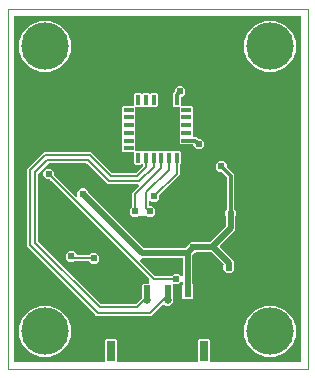
<source format=gtl>
G04 EAGLE Gerber RS-274X export*
G75*
%MOMM*%
%FSLAX34Y34*%
%LPD*%
%INTop Layer*%
%IPPOS*%
%AMOC8*
5,1,8,0,0,1.08239X$1,22.5*%
G01*
%ADD10C,0.000000*%
%ADD11R,0.850000X0.350000*%
%ADD12R,0.350000X0.850000*%
%ADD13R,3.300000X3.300000*%
%ADD14R,0.600000X1.000000*%
%ADD15R,0.700000X1.800000*%
%ADD16C,2.250000*%
%ADD17C,0.609600*%
%ADD18C,4.016000*%
%ADD19C,0.508000*%
%ADD20C,0.254000*%
%ADD21C,0.304800*%
%ADD22C,0.203200*%
%ADD23C,0.152400*%
%ADD24C,0.654800*%

G36*
X81984Y5592D02*
X81984Y5592D01*
X82003Y5590D01*
X82105Y5612D01*
X82207Y5629D01*
X82224Y5638D01*
X82244Y5642D01*
X82333Y5695D01*
X82424Y5744D01*
X82438Y5758D01*
X82455Y5768D01*
X82522Y5847D01*
X82594Y5922D01*
X82602Y5940D01*
X82615Y5955D01*
X82654Y6051D01*
X82697Y6145D01*
X82699Y6165D01*
X82707Y6183D01*
X82725Y6350D01*
X82725Y24807D01*
X83618Y25700D01*
X91882Y25700D01*
X92775Y24807D01*
X92775Y6350D01*
X92778Y6330D01*
X92776Y6311D01*
X92798Y6209D01*
X92814Y6107D01*
X92824Y6090D01*
X92828Y6070D01*
X92881Y5981D01*
X92930Y5890D01*
X92944Y5876D01*
X92954Y5859D01*
X93033Y5792D01*
X93108Y5721D01*
X93126Y5712D01*
X93141Y5699D01*
X93237Y5660D01*
X93331Y5617D01*
X93351Y5615D01*
X93369Y5607D01*
X93536Y5589D01*
X160464Y5589D01*
X160484Y5592D01*
X160503Y5590D01*
X160605Y5612D01*
X160707Y5629D01*
X160724Y5638D01*
X160744Y5642D01*
X160833Y5695D01*
X160924Y5744D01*
X160938Y5758D01*
X160955Y5768D01*
X161022Y5847D01*
X161094Y5922D01*
X161102Y5940D01*
X161115Y5955D01*
X161154Y6051D01*
X161197Y6145D01*
X161199Y6165D01*
X161207Y6183D01*
X161225Y6350D01*
X161225Y24807D01*
X162118Y25700D01*
X170382Y25700D01*
X171275Y24807D01*
X171275Y6350D01*
X171278Y6330D01*
X171276Y6311D01*
X171298Y6209D01*
X171314Y6107D01*
X171324Y6090D01*
X171328Y6070D01*
X171381Y5981D01*
X171430Y5890D01*
X171444Y5876D01*
X171454Y5859D01*
X171533Y5792D01*
X171608Y5721D01*
X171626Y5712D01*
X171641Y5699D01*
X171737Y5660D01*
X171831Y5617D01*
X171851Y5615D01*
X171869Y5607D01*
X172036Y5589D01*
X247650Y5589D01*
X247670Y5592D01*
X247689Y5590D01*
X247791Y5612D01*
X247893Y5629D01*
X247910Y5638D01*
X247930Y5642D01*
X248019Y5695D01*
X248110Y5744D01*
X248124Y5758D01*
X248141Y5768D01*
X248208Y5847D01*
X248280Y5922D01*
X248288Y5940D01*
X248301Y5955D01*
X248340Y6051D01*
X248383Y6145D01*
X248385Y6165D01*
X248393Y6183D01*
X248411Y6350D01*
X248411Y298450D01*
X248408Y298470D01*
X248410Y298489D01*
X248388Y298591D01*
X248372Y298693D01*
X248362Y298710D01*
X248358Y298730D01*
X248305Y298819D01*
X248256Y298910D01*
X248242Y298924D01*
X248232Y298941D01*
X248153Y299008D01*
X248078Y299080D01*
X248060Y299088D01*
X248045Y299101D01*
X247949Y299140D01*
X247855Y299183D01*
X247835Y299185D01*
X247817Y299193D01*
X247650Y299211D01*
X6350Y299211D01*
X6330Y299208D01*
X6311Y299210D01*
X6209Y299188D01*
X6107Y299172D01*
X6090Y299162D01*
X6070Y299158D01*
X5981Y299105D01*
X5890Y299056D01*
X5876Y299042D01*
X5859Y299032D01*
X5792Y298953D01*
X5721Y298878D01*
X5712Y298860D01*
X5699Y298845D01*
X5660Y298749D01*
X5617Y298655D01*
X5615Y298635D01*
X5607Y298617D01*
X5589Y298450D01*
X5589Y6350D01*
X5592Y6330D01*
X5590Y6311D01*
X5612Y6209D01*
X5629Y6107D01*
X5638Y6090D01*
X5642Y6070D01*
X5695Y5981D01*
X5744Y5890D01*
X5758Y5876D01*
X5768Y5859D01*
X5847Y5792D01*
X5922Y5721D01*
X5940Y5712D01*
X5955Y5699D01*
X6051Y5660D01*
X6145Y5617D01*
X6165Y5615D01*
X6183Y5607D01*
X6350Y5589D01*
X81964Y5589D01*
X81984Y5592D01*
G37*
%LPC*%
G36*
X75148Y45084D02*
X75148Y45084D01*
X16509Y103723D01*
X16509Y169327D01*
X30698Y183516D01*
X70902Y183516D01*
X88459Y165959D01*
X88533Y165906D01*
X88603Y165846D01*
X88633Y165834D01*
X88659Y165815D01*
X88746Y165788D01*
X88831Y165754D01*
X88872Y165750D01*
X88894Y165743D01*
X88926Y165744D01*
X88998Y165736D01*
X107852Y165736D01*
X107942Y165750D01*
X108033Y165758D01*
X108063Y165770D01*
X108095Y165775D01*
X108176Y165818D01*
X108260Y165854D01*
X108292Y165880D01*
X108312Y165891D01*
X108335Y165914D01*
X108391Y165959D01*
X114486Y172054D01*
X114539Y172128D01*
X114599Y172198D01*
X114611Y172228D01*
X114630Y172254D01*
X114657Y172341D01*
X114691Y172426D01*
X114695Y172467D01*
X114702Y172489D01*
X114701Y172521D01*
X114709Y172593D01*
X114709Y172665D01*
X114698Y172736D01*
X114696Y172808D01*
X114678Y172857D01*
X114670Y172908D01*
X114636Y172971D01*
X114611Y173039D01*
X114579Y173079D01*
X114554Y173125D01*
X114502Y173175D01*
X114458Y173231D01*
X114414Y173259D01*
X114376Y173295D01*
X114311Y173325D01*
X114251Y173364D01*
X114200Y173376D01*
X114153Y173398D01*
X114082Y173406D01*
X114012Y173424D01*
X113960Y173420D01*
X113909Y173425D01*
X113838Y173410D01*
X113767Y173405D01*
X113719Y173384D01*
X113668Y173373D01*
X113607Y173336D01*
X113541Y173308D01*
X113485Y173263D01*
X113457Y173247D01*
X113442Y173229D01*
X113410Y173203D01*
X113132Y172925D01*
X108368Y172925D01*
X107475Y173818D01*
X107475Y182914D01*
X107472Y182934D01*
X107474Y182953D01*
X107452Y183055D01*
X107436Y183157D01*
X107426Y183174D01*
X107422Y183194D01*
X107369Y183283D01*
X107320Y183374D01*
X107306Y183388D01*
X107296Y183405D01*
X107217Y183472D01*
X107142Y183544D01*
X107124Y183552D01*
X107109Y183565D01*
X107013Y183604D01*
X106919Y183647D01*
X106899Y183649D01*
X106881Y183657D01*
X106714Y183675D01*
X97618Y183675D01*
X96725Y184568D01*
X96725Y189332D01*
X97055Y189662D01*
X97067Y189678D01*
X97083Y189690D01*
X97139Y189777D01*
X97199Y189861D01*
X97205Y189880D01*
X97216Y189897D01*
X97241Y189998D01*
X97271Y190097D01*
X97271Y190116D01*
X97276Y190136D01*
X97268Y190239D01*
X97265Y190342D01*
X97258Y190361D01*
X97257Y190381D01*
X97216Y190476D01*
X97181Y190573D01*
X97168Y190589D01*
X97160Y190607D01*
X97055Y190738D01*
X96725Y191068D01*
X96725Y195832D01*
X97055Y196162D01*
X97067Y196178D01*
X97083Y196190D01*
X97139Y196277D01*
X97199Y196361D01*
X97205Y196380D01*
X97216Y196397D01*
X97241Y196497D01*
X97271Y196597D01*
X97271Y196616D01*
X97276Y196636D01*
X97268Y196739D01*
X97265Y196842D01*
X97258Y196861D01*
X97257Y196881D01*
X97216Y196976D01*
X97181Y197073D01*
X97168Y197089D01*
X97160Y197107D01*
X97055Y197238D01*
X96725Y197568D01*
X96725Y202332D01*
X97055Y202662D01*
X97067Y202678D01*
X97083Y202690D01*
X97139Y202777D01*
X97199Y202861D01*
X97205Y202880D01*
X97216Y202897D01*
X97241Y202998D01*
X97271Y203097D01*
X97271Y203116D01*
X97276Y203136D01*
X97268Y203239D01*
X97265Y203342D01*
X97258Y203361D01*
X97257Y203381D01*
X97216Y203476D01*
X97181Y203573D01*
X97168Y203589D01*
X97160Y203607D01*
X97055Y203738D01*
X96725Y204068D01*
X96725Y208832D01*
X97055Y209162D01*
X97067Y209178D01*
X97083Y209190D01*
X97139Y209277D01*
X97199Y209361D01*
X97205Y209380D01*
X97216Y209397D01*
X97241Y209498D01*
X97271Y209597D01*
X97271Y209616D01*
X97276Y209636D01*
X97268Y209739D01*
X97265Y209842D01*
X97258Y209861D01*
X97257Y209881D01*
X97216Y209976D01*
X97181Y210073D01*
X97168Y210089D01*
X97160Y210107D01*
X97055Y210238D01*
X96725Y210568D01*
X96725Y215332D01*
X97055Y215662D01*
X97067Y215678D01*
X97083Y215690D01*
X97139Y215777D01*
X97199Y215861D01*
X97205Y215880D01*
X97216Y215897D01*
X97241Y215998D01*
X97271Y216097D01*
X97271Y216116D01*
X97276Y216136D01*
X97268Y216239D01*
X97265Y216342D01*
X97258Y216361D01*
X97257Y216381D01*
X97216Y216476D01*
X97181Y216573D01*
X97168Y216589D01*
X97160Y216607D01*
X97055Y216738D01*
X96725Y217068D01*
X96725Y221832D01*
X97618Y222725D01*
X106714Y222725D01*
X106734Y222728D01*
X106753Y222726D01*
X106855Y222748D01*
X106957Y222764D01*
X106974Y222774D01*
X106994Y222778D01*
X107083Y222831D01*
X107174Y222880D01*
X107188Y222894D01*
X107205Y222904D01*
X107272Y222983D01*
X107344Y223058D01*
X107352Y223076D01*
X107365Y223091D01*
X107404Y223187D01*
X107447Y223281D01*
X107449Y223301D01*
X107457Y223319D01*
X107475Y223486D01*
X107475Y232582D01*
X108368Y233475D01*
X113132Y233475D01*
X113462Y233145D01*
X113478Y233133D01*
X113490Y233117D01*
X113577Y233061D01*
X113661Y233001D01*
X113680Y232995D01*
X113697Y232984D01*
X113798Y232959D01*
X113897Y232929D01*
X113916Y232929D01*
X113936Y232924D01*
X114039Y232932D01*
X114142Y232935D01*
X114161Y232942D01*
X114181Y232943D01*
X114276Y232984D01*
X114373Y233019D01*
X114389Y233032D01*
X114407Y233040D01*
X114538Y233145D01*
X114868Y233475D01*
X119632Y233475D01*
X119962Y233145D01*
X119978Y233133D01*
X119990Y233117D01*
X120077Y233061D01*
X120161Y233001D01*
X120180Y232995D01*
X120197Y232984D01*
X120298Y232959D01*
X120397Y232929D01*
X120416Y232929D01*
X120436Y232924D01*
X120539Y232932D01*
X120642Y232935D01*
X120661Y232942D01*
X120681Y232943D01*
X120776Y232984D01*
X120873Y233019D01*
X120889Y233032D01*
X120907Y233040D01*
X121038Y233145D01*
X121368Y233475D01*
X126132Y233475D01*
X127025Y232582D01*
X127025Y222818D01*
X126132Y221925D01*
X121368Y221925D01*
X121038Y222255D01*
X121022Y222267D01*
X121010Y222283D01*
X120923Y222339D01*
X120839Y222399D01*
X120820Y222405D01*
X120803Y222416D01*
X120702Y222441D01*
X120603Y222471D01*
X120584Y222471D01*
X120564Y222476D01*
X120461Y222468D01*
X120358Y222465D01*
X120339Y222458D01*
X120319Y222457D01*
X120224Y222416D01*
X120127Y222381D01*
X120111Y222368D01*
X120093Y222360D01*
X119962Y222255D01*
X119632Y221925D01*
X114868Y221925D01*
X114538Y222255D01*
X114522Y222267D01*
X114510Y222283D01*
X114423Y222339D01*
X114339Y222399D01*
X114320Y222405D01*
X114303Y222416D01*
X114202Y222441D01*
X114103Y222471D01*
X114084Y222471D01*
X114064Y222476D01*
X113961Y222468D01*
X113858Y222465D01*
X113839Y222458D01*
X113819Y222457D01*
X113724Y222416D01*
X113627Y222381D01*
X113611Y222368D01*
X113593Y222360D01*
X113462Y222255D01*
X113132Y221925D01*
X109036Y221925D01*
X109016Y221922D01*
X108997Y221924D01*
X108895Y221902D01*
X108793Y221886D01*
X108776Y221876D01*
X108756Y221872D01*
X108667Y221819D01*
X108576Y221770D01*
X108562Y221756D01*
X108545Y221746D01*
X108478Y221667D01*
X108406Y221592D01*
X108398Y221574D01*
X108385Y221559D01*
X108346Y221463D01*
X108303Y221369D01*
X108301Y221349D01*
X108293Y221331D01*
X108275Y221164D01*
X108275Y217068D01*
X107945Y216738D01*
X107933Y216722D01*
X107917Y216710D01*
X107861Y216623D01*
X107801Y216539D01*
X107795Y216520D01*
X107784Y216503D01*
X107759Y216402D01*
X107729Y216303D01*
X107729Y216284D01*
X107724Y216264D01*
X107732Y216161D01*
X107735Y216058D01*
X107742Y216039D01*
X107743Y216019D01*
X107784Y215924D01*
X107819Y215827D01*
X107832Y215811D01*
X107840Y215793D01*
X107945Y215662D01*
X108275Y215332D01*
X108275Y210568D01*
X107945Y210238D01*
X107933Y210222D01*
X107917Y210210D01*
X107861Y210123D01*
X107801Y210039D01*
X107795Y210020D01*
X107784Y210003D01*
X107759Y209902D01*
X107729Y209803D01*
X107729Y209784D01*
X107724Y209764D01*
X107732Y209661D01*
X107735Y209558D01*
X107742Y209539D01*
X107743Y209519D01*
X107784Y209424D01*
X107819Y209327D01*
X107832Y209311D01*
X107840Y209293D01*
X107945Y209162D01*
X108275Y208832D01*
X108275Y204068D01*
X107945Y203738D01*
X107933Y203722D01*
X107917Y203710D01*
X107861Y203623D01*
X107801Y203539D01*
X107795Y203520D01*
X107784Y203503D01*
X107759Y203402D01*
X107729Y203303D01*
X107729Y203284D01*
X107724Y203264D01*
X107732Y203161D01*
X107735Y203058D01*
X107742Y203039D01*
X107743Y203019D01*
X107784Y202924D01*
X107819Y202827D01*
X107832Y202811D01*
X107840Y202793D01*
X107945Y202662D01*
X108275Y202332D01*
X108275Y197568D01*
X107945Y197238D01*
X107933Y197222D01*
X107917Y197210D01*
X107861Y197123D01*
X107801Y197039D01*
X107795Y197020D01*
X107784Y197003D01*
X107759Y196902D01*
X107729Y196803D01*
X107729Y196784D01*
X107724Y196764D01*
X107732Y196661D01*
X107735Y196558D01*
X107742Y196539D01*
X107743Y196519D01*
X107784Y196424D01*
X107819Y196327D01*
X107832Y196311D01*
X107840Y196293D01*
X107945Y196162D01*
X108275Y195832D01*
X108275Y191068D01*
X107945Y190738D01*
X107933Y190722D01*
X107917Y190710D01*
X107861Y190623D01*
X107801Y190539D01*
X107795Y190520D01*
X107784Y190503D01*
X107759Y190402D01*
X107729Y190303D01*
X107729Y190284D01*
X107724Y190264D01*
X107732Y190161D01*
X107735Y190058D01*
X107742Y190039D01*
X107743Y190019D01*
X107784Y189924D01*
X107819Y189827D01*
X107832Y189811D01*
X107840Y189793D01*
X107945Y189662D01*
X108275Y189332D01*
X108275Y185236D01*
X108277Y185219D01*
X108276Y185204D01*
X108276Y185202D01*
X108276Y185197D01*
X108298Y185095D01*
X108314Y184993D01*
X108324Y184976D01*
X108328Y184956D01*
X108381Y184867D01*
X108430Y184776D01*
X108444Y184762D01*
X108454Y184745D01*
X108533Y184678D01*
X108608Y184606D01*
X108626Y184598D01*
X108641Y184585D01*
X108737Y184546D01*
X108831Y184503D01*
X108851Y184501D01*
X108869Y184493D01*
X109036Y184475D01*
X113132Y184475D01*
X113462Y184145D01*
X113478Y184133D01*
X113490Y184117D01*
X113577Y184061D01*
X113661Y184001D01*
X113680Y183995D01*
X113697Y183984D01*
X113798Y183959D01*
X113897Y183929D01*
X113916Y183929D01*
X113936Y183924D01*
X114039Y183932D01*
X114142Y183935D01*
X114161Y183942D01*
X114181Y183943D01*
X114276Y183984D01*
X114373Y184019D01*
X114389Y184032D01*
X114407Y184040D01*
X114538Y184145D01*
X114868Y184475D01*
X119632Y184475D01*
X119962Y184145D01*
X119978Y184133D01*
X119990Y184117D01*
X120077Y184061D01*
X120161Y184001D01*
X120180Y183995D01*
X120197Y183984D01*
X120298Y183959D01*
X120397Y183929D01*
X120416Y183929D01*
X120436Y183924D01*
X120539Y183932D01*
X120642Y183935D01*
X120661Y183942D01*
X120681Y183943D01*
X120776Y183984D01*
X120873Y184019D01*
X120889Y184032D01*
X120907Y184040D01*
X121038Y184145D01*
X121368Y184475D01*
X126132Y184475D01*
X126462Y184145D01*
X126478Y184133D01*
X126490Y184117D01*
X126577Y184061D01*
X126661Y184001D01*
X126680Y183995D01*
X126697Y183984D01*
X126798Y183959D01*
X126897Y183929D01*
X126916Y183929D01*
X126936Y183924D01*
X127039Y183932D01*
X127142Y183935D01*
X127161Y183942D01*
X127181Y183943D01*
X127276Y183984D01*
X127373Y184019D01*
X127389Y184032D01*
X127407Y184040D01*
X127538Y184145D01*
X127868Y184475D01*
X132632Y184475D01*
X132962Y184145D01*
X132978Y184133D01*
X132990Y184117D01*
X133077Y184061D01*
X133161Y184001D01*
X133180Y183995D01*
X133197Y183984D01*
X133298Y183959D01*
X133397Y183929D01*
X133416Y183929D01*
X133436Y183924D01*
X133539Y183932D01*
X133642Y183935D01*
X133661Y183942D01*
X133681Y183943D01*
X133776Y183984D01*
X133873Y184019D01*
X133889Y184032D01*
X133907Y184040D01*
X134038Y184145D01*
X134368Y184475D01*
X139132Y184475D01*
X139462Y184145D01*
X139478Y184133D01*
X139490Y184117D01*
X139577Y184061D01*
X139661Y184001D01*
X139680Y183995D01*
X139697Y183984D01*
X139798Y183959D01*
X139897Y183929D01*
X139916Y183929D01*
X139936Y183924D01*
X140039Y183932D01*
X140142Y183935D01*
X140161Y183942D01*
X140181Y183943D01*
X140276Y183984D01*
X140373Y184019D01*
X140389Y184032D01*
X140407Y184040D01*
X140538Y184145D01*
X140868Y184475D01*
X145632Y184475D01*
X146525Y183582D01*
X146525Y173818D01*
X146014Y173307D01*
X145961Y173233D01*
X145901Y173164D01*
X145889Y173134D01*
X145870Y173108D01*
X145843Y173021D01*
X145809Y172936D01*
X145805Y172895D01*
X145798Y172873D01*
X145799Y172840D01*
X145791Y172769D01*
X145791Y164423D01*
X128621Y147253D01*
X128568Y147179D01*
X128508Y147109D01*
X128496Y147079D01*
X128477Y147053D01*
X128450Y146966D01*
X128416Y146881D01*
X128412Y146840D01*
X128405Y146818D01*
X128406Y146786D01*
X128398Y146714D01*
X128398Y144156D01*
X125719Y141477D01*
X121931Y141477D01*
X121315Y142093D01*
X121257Y142135D01*
X121205Y142184D01*
X121158Y142206D01*
X121116Y142236D01*
X121047Y142258D01*
X120982Y142288D01*
X120930Y142293D01*
X120880Y142309D01*
X120809Y142307D01*
X120738Y142315D01*
X120687Y142304D01*
X120635Y142302D01*
X120567Y142278D01*
X120497Y142263D01*
X120452Y142236D01*
X120404Y142218D01*
X120348Y142173D01*
X120286Y142136D01*
X120252Y142097D01*
X120212Y142064D01*
X120173Y142004D01*
X120126Y141950D01*
X120107Y141901D01*
X120079Y141857D01*
X120061Y141788D01*
X120034Y141721D01*
X120026Y141650D01*
X120018Y141619D01*
X120020Y141596D01*
X120016Y141555D01*
X120016Y138684D01*
X120019Y138664D01*
X120017Y138645D01*
X120039Y138543D01*
X120055Y138441D01*
X120065Y138424D01*
X120069Y138404D01*
X120122Y138315D01*
X120171Y138224D01*
X120185Y138210D01*
X120195Y138193D01*
X120274Y138126D01*
X120349Y138054D01*
X120367Y138046D01*
X120382Y138033D01*
X120478Y137994D01*
X120572Y137951D01*
X120592Y137949D01*
X120610Y137941D01*
X120777Y137923D01*
X122544Y137923D01*
X125223Y135244D01*
X125223Y131456D01*
X122544Y128777D01*
X118756Y128777D01*
X118344Y129189D01*
X118270Y129242D01*
X118200Y129302D01*
X118170Y129314D01*
X118144Y129333D01*
X118057Y129360D01*
X117972Y129394D01*
X117931Y129398D01*
X117909Y129405D01*
X117877Y129404D01*
X117806Y129412D01*
X110794Y129412D01*
X110704Y129398D01*
X110613Y129390D01*
X110584Y129378D01*
X110552Y129373D01*
X110471Y129330D01*
X110387Y129294D01*
X110355Y129268D01*
X110334Y129257D01*
X110312Y129234D01*
X110256Y129189D01*
X109844Y128777D01*
X106056Y128777D01*
X103377Y131456D01*
X103377Y135244D01*
X105186Y137053D01*
X105239Y137127D01*
X105299Y137197D01*
X105311Y137227D01*
X105330Y137253D01*
X105357Y137340D01*
X105391Y137425D01*
X105395Y137466D01*
X105402Y137488D01*
X105401Y137520D01*
X105409Y137591D01*
X105409Y149007D01*
X111312Y154910D01*
X111353Y154968D01*
X111403Y155020D01*
X111425Y155067D01*
X111455Y155109D01*
X111476Y155178D01*
X111506Y155243D01*
X111512Y155295D01*
X111528Y155345D01*
X111526Y155416D01*
X111534Y155487D01*
X111522Y155538D01*
X111521Y155590D01*
X111497Y155658D01*
X111481Y155728D01*
X111455Y155773D01*
X111437Y155821D01*
X111392Y155877D01*
X111355Y155939D01*
X111316Y155973D01*
X111283Y156013D01*
X111223Y156052D01*
X111168Y156099D01*
X111120Y156118D01*
X111076Y156146D01*
X111007Y156164D01*
X110940Y156191D01*
X110869Y156199D01*
X110838Y156207D01*
X110814Y156205D01*
X110773Y156209D01*
X84673Y156209D01*
X67116Y173766D01*
X67042Y173819D01*
X66972Y173879D01*
X66942Y173891D01*
X66916Y173910D01*
X66829Y173937D01*
X66744Y173971D01*
X66703Y173975D01*
X66681Y173982D01*
X66649Y173981D01*
X66577Y173989D01*
X35023Y173989D01*
X34933Y173975D01*
X34842Y173967D01*
X34812Y173955D01*
X34780Y173950D01*
X34699Y173907D01*
X34615Y173871D01*
X34583Y173845D01*
X34563Y173834D01*
X34540Y173811D01*
X34484Y173766D01*
X26259Y165541D01*
X26206Y165467D01*
X26146Y165397D01*
X26134Y165367D01*
X26115Y165341D01*
X26088Y165254D01*
X26054Y165169D01*
X26050Y165128D01*
X26043Y165106D01*
X26044Y165074D01*
X26036Y165002D01*
X26036Y108048D01*
X26050Y107958D01*
X26058Y107867D01*
X26070Y107837D01*
X26075Y107805D01*
X26118Y107724D01*
X26154Y107640D01*
X26180Y107608D01*
X26191Y107588D01*
X26214Y107565D01*
X26259Y107509D01*
X78934Y54834D01*
X79008Y54781D01*
X79078Y54721D01*
X79108Y54709D01*
X79134Y54690D01*
X79221Y54663D01*
X79306Y54629D01*
X79347Y54625D01*
X79369Y54618D01*
X79401Y54619D01*
X79473Y54611D01*
X107852Y54611D01*
X107942Y54625D01*
X108033Y54633D01*
X108063Y54645D01*
X108095Y54650D01*
X108176Y54693D01*
X108260Y54729D01*
X108292Y54755D01*
X108312Y54766D01*
X108335Y54789D01*
X108391Y54834D01*
X113478Y59921D01*
X113531Y59995D01*
X113591Y60065D01*
X113603Y60095D01*
X113622Y60121D01*
X113649Y60208D01*
X113683Y60293D01*
X113687Y60334D01*
X113694Y60356D01*
X113693Y60388D01*
X113695Y60401D01*
X113752Y60459D01*
X113805Y60533D01*
X113865Y60602D01*
X113877Y60632D01*
X113896Y60658D01*
X113923Y60746D01*
X113957Y60830D01*
X113961Y60871D01*
X113968Y60893D01*
X113967Y60926D01*
X113975Y60997D01*
X113975Y71307D01*
X114868Y72200D01*
X119126Y72200D01*
X119146Y72203D01*
X119165Y72201D01*
X119267Y72223D01*
X119369Y72239D01*
X119386Y72249D01*
X119406Y72253D01*
X119495Y72306D01*
X119586Y72355D01*
X119600Y72369D01*
X119617Y72379D01*
X119684Y72458D01*
X119756Y72533D01*
X119764Y72551D01*
X119777Y72566D01*
X119816Y72662D01*
X119859Y72756D01*
X119861Y72776D01*
X119869Y72794D01*
X119887Y72961D01*
X119887Y76229D01*
X119873Y76319D01*
X119865Y76410D01*
X119853Y76440D01*
X119848Y76472D01*
X119805Y76553D01*
X119769Y76637D01*
X119743Y76669D01*
X119732Y76689D01*
X119709Y76712D01*
X119664Y76768D01*
X36128Y160304D01*
X36054Y160357D01*
X35984Y160417D01*
X35954Y160429D01*
X35928Y160448D01*
X35841Y160475D01*
X35756Y160509D01*
X35715Y160513D01*
X35693Y160520D01*
X35661Y160519D01*
X35589Y160527D01*
X33031Y160527D01*
X30352Y163206D01*
X30352Y166994D01*
X33031Y169673D01*
X36819Y169673D01*
X39498Y166994D01*
X39498Y164436D01*
X39512Y164346D01*
X39520Y164255D01*
X39532Y164225D01*
X39537Y164193D01*
X39580Y164112D01*
X39616Y164028D01*
X39642Y163996D01*
X39653Y163976D01*
X39676Y163953D01*
X39721Y163897D01*
X57945Y145673D01*
X58003Y145631D01*
X58055Y145582D01*
X58103Y145560D01*
X58145Y145529D01*
X58213Y145508D01*
X58279Y145478D01*
X58330Y145472D01*
X58380Y145457D01*
X58452Y145459D01*
X58523Y145451D01*
X58574Y145462D01*
X58626Y145463D01*
X58693Y145488D01*
X58763Y145503D01*
X58808Y145530D01*
X58857Y145548D01*
X58913Y145593D01*
X58974Y145629D01*
X59008Y145669D01*
X59049Y145702D01*
X59088Y145762D01*
X59134Y145816D01*
X59154Y145865D01*
X59182Y145908D01*
X59199Y145978D01*
X59226Y146044D01*
X59234Y146116D01*
X59242Y146147D01*
X59240Y146170D01*
X59245Y146211D01*
X59245Y150167D01*
X61923Y152845D01*
X65712Y152845D01*
X68390Y150167D01*
X68390Y149763D01*
X68405Y149673D01*
X68412Y149582D01*
X68425Y149553D01*
X68430Y149521D01*
X68473Y149440D01*
X68508Y149356D01*
X68534Y149324D01*
X68545Y149303D01*
X68568Y149281D01*
X68613Y149225D01*
X115248Y102590D01*
X115322Y102537D01*
X115392Y102478D01*
X115422Y102465D01*
X115448Y102447D01*
X115535Y102420D01*
X115620Y102386D01*
X115661Y102381D01*
X115683Y102374D01*
X115715Y102375D01*
X115786Y102367D01*
X150401Y102367D01*
X150491Y102382D01*
X150582Y102389D01*
X150612Y102402D01*
X150644Y102407D01*
X150724Y102450D01*
X150808Y102485D01*
X150841Y102511D01*
X150861Y102522D01*
X150883Y102545D01*
X150939Y102590D01*
X152367Y104018D01*
X152409Y104077D01*
X152453Y104123D01*
X152461Y104140D01*
X152479Y104161D01*
X152491Y104191D01*
X152510Y104217D01*
X152536Y104302D01*
X152557Y104346D01*
X152558Y104356D01*
X152571Y104389D01*
X152576Y104430D01*
X152583Y104453D01*
X152582Y104485D01*
X152590Y104556D01*
X152590Y104959D01*
X155268Y107638D01*
X159057Y107638D01*
X159342Y107353D01*
X159416Y107299D01*
X159485Y107240D01*
X159515Y107228D01*
X159541Y107209D01*
X159628Y107182D01*
X159713Y107148D01*
X159754Y107144D01*
X159776Y107137D01*
X159809Y107138D01*
X159880Y107130D01*
X170916Y107130D01*
X171006Y107144D01*
X171097Y107152D01*
X171127Y107164D01*
X171159Y107169D01*
X171239Y107212D01*
X171323Y107248D01*
X171355Y107274D01*
X171376Y107285D01*
X171398Y107308D01*
X171454Y107353D01*
X172089Y107988D01*
X184625Y120523D01*
X184678Y120597D01*
X184737Y120667D01*
X184750Y120697D01*
X184768Y120723D01*
X184795Y120810D01*
X184829Y120895D01*
X184834Y120936D01*
X184841Y120958D01*
X184840Y120990D01*
X184848Y121061D01*
X184848Y128905D01*
X184840Y128950D01*
X184841Y128951D01*
X184840Y128955D01*
X184833Y128995D01*
X184826Y129086D01*
X184813Y129116D01*
X184808Y129148D01*
X184790Y129181D01*
X184788Y129191D01*
X184764Y129232D01*
X184730Y129312D01*
X184704Y129345D01*
X184693Y129365D01*
X184673Y129384D01*
X184662Y129402D01*
X184648Y129414D01*
X184625Y129443D01*
X184340Y129728D01*
X184340Y133517D01*
X185641Y134818D01*
X185694Y134892D01*
X185753Y134961D01*
X185765Y134991D01*
X185784Y135017D01*
X185811Y135104D01*
X185845Y135189D01*
X185850Y135230D01*
X185857Y135252D01*
X185856Y135285D01*
X185864Y135356D01*
X185864Y161934D01*
X185849Y162024D01*
X185842Y162115D01*
X185829Y162145D01*
X185824Y162177D01*
X185781Y162258D01*
X185746Y162342D01*
X185720Y162374D01*
X185709Y162394D01*
X185686Y162417D01*
X185641Y162473D01*
X181459Y166654D01*
X181385Y166707D01*
X181316Y166767D01*
X181286Y166779D01*
X181259Y166798D01*
X181172Y166825D01*
X181088Y166859D01*
X181047Y166863D01*
X181024Y166870D01*
X180992Y166869D01*
X180921Y166877D01*
X179081Y166877D01*
X176402Y169556D01*
X176402Y173344D01*
X179081Y176023D01*
X182869Y176023D01*
X185548Y173344D01*
X185548Y171504D01*
X185562Y171414D01*
X185570Y171323D01*
X185582Y171293D01*
X185587Y171261D01*
X185630Y171181D01*
X185666Y171097D01*
X185692Y171065D01*
X185703Y171044D01*
X185726Y171022D01*
X185771Y170966D01*
X191961Y164775D01*
X191961Y135356D01*
X191976Y135266D01*
X191983Y135175D01*
X191996Y135145D01*
X192001Y135113D01*
X192044Y135033D01*
X192079Y134949D01*
X192105Y134916D01*
X192116Y134896D01*
X192139Y134874D01*
X192184Y134818D01*
X193485Y133517D01*
X193485Y129728D01*
X193200Y129443D01*
X193157Y129384D01*
X193115Y129339D01*
X193108Y129324D01*
X193088Y129300D01*
X193076Y129270D01*
X193057Y129244D01*
X193030Y129157D01*
X193027Y129150D01*
X193012Y129116D01*
X193011Y129109D01*
X192996Y129072D01*
X192991Y129031D01*
X192984Y129009D01*
X192985Y128976D01*
X192977Y128905D01*
X192977Y117379D01*
X179837Y104238D01*
X179825Y104222D01*
X179809Y104210D01*
X179753Y104122D01*
X179693Y104039D01*
X179687Y104020D01*
X179676Y104003D01*
X179651Y103902D01*
X179621Y103803D01*
X179621Y103784D01*
X179616Y103764D01*
X179624Y103661D01*
X179627Y103558D01*
X179634Y103539D01*
X179636Y103519D01*
X179676Y103424D01*
X179712Y103327D01*
X179724Y103311D01*
X179732Y103293D01*
X179837Y103162D01*
X191390Y91609D01*
X191390Y88442D01*
X191404Y88352D01*
X191412Y88261D01*
X191424Y88232D01*
X191429Y88200D01*
X191472Y88119D01*
X191508Y88035D01*
X191534Y88003D01*
X191545Y87982D01*
X191568Y87960D01*
X191613Y87904D01*
X191898Y87619D01*
X191898Y83831D01*
X189219Y81152D01*
X185431Y81152D01*
X182752Y83831D01*
X182752Y87619D01*
X182779Y87646D01*
X182791Y87662D01*
X182806Y87675D01*
X182862Y87762D01*
X182923Y87846D01*
X182928Y87865D01*
X182939Y87881D01*
X182965Y87982D01*
X182995Y88081D01*
X182994Y88101D01*
X182999Y88120D01*
X182991Y88223D01*
X182989Y88327D01*
X182982Y88345D01*
X182980Y88365D01*
X182940Y88460D01*
X182904Y88558D01*
X182892Y88573D01*
X182884Y88592D01*
X182779Y88723D01*
X172724Y98777D01*
X172650Y98830D01*
X172581Y98890D01*
X172551Y98902D01*
X172525Y98921D01*
X172438Y98948D01*
X172353Y98982D01*
X172312Y98986D01*
X172289Y98993D01*
X172257Y98992D01*
X172186Y99000D01*
X159880Y99000D01*
X159790Y98986D01*
X159699Y98978D01*
X159669Y98966D01*
X159637Y98961D01*
X159557Y98918D01*
X159473Y98882D01*
X159440Y98856D01*
X159420Y98845D01*
X159398Y98822D01*
X159342Y98777D01*
X159057Y98492D01*
X158653Y98492D01*
X158563Y98478D01*
X158472Y98470D01*
X158443Y98458D01*
X158411Y98453D01*
X158330Y98410D01*
X158246Y98374D01*
X158214Y98348D01*
X158193Y98337D01*
X158171Y98314D01*
X158115Y98269D01*
X156688Y96842D01*
X156635Y96768D01*
X156575Y96698D01*
X156563Y96668D01*
X156544Y96642D01*
X156517Y96555D01*
X156483Y96470D01*
X156479Y96429D01*
X156472Y96407D01*
X156473Y96375D01*
X156465Y96304D01*
X156465Y72182D01*
X156479Y72092D01*
X156487Y72001D01*
X156499Y71971D01*
X156504Y71939D01*
X156547Y71858D01*
X156583Y71775D01*
X156609Y71742D01*
X156620Y71722D01*
X156643Y71700D01*
X156688Y71644D01*
X157025Y71307D01*
X157025Y60043D01*
X156132Y59150D01*
X148868Y59150D01*
X147975Y60043D01*
X147975Y71307D01*
X148112Y71444D01*
X148165Y71518D01*
X148225Y71587D01*
X148237Y71617D01*
X148256Y71643D01*
X148283Y71730D01*
X148317Y71815D01*
X148321Y71856D01*
X148328Y71878D01*
X148327Y71911D01*
X148335Y71982D01*
X148335Y73356D01*
X148333Y73369D01*
X148334Y73379D01*
X148324Y73428D01*
X148322Y73498D01*
X148304Y73547D01*
X148296Y73598D01*
X148262Y73662D01*
X148237Y73729D01*
X148205Y73770D01*
X148180Y73816D01*
X148128Y73865D01*
X148084Y73921D01*
X148040Y73949D01*
X148002Y73985D01*
X147937Y74015D01*
X147877Y74054D01*
X147826Y74067D01*
X147779Y74089D01*
X147708Y74097D01*
X147638Y74114D01*
X147586Y74110D01*
X147535Y74116D01*
X147464Y74101D01*
X147393Y74095D01*
X147345Y74075D01*
X147294Y74064D01*
X147233Y74027D01*
X147167Y73999D01*
X147111Y73954D01*
X147083Y73937D01*
X147068Y73920D01*
X147036Y73894D01*
X144769Y71627D01*
X140786Y71627D01*
X140766Y71624D01*
X140747Y71626D01*
X140645Y71604D01*
X140543Y71588D01*
X140526Y71578D01*
X140506Y71574D01*
X140417Y71521D01*
X140326Y71472D01*
X140312Y71458D01*
X140295Y71448D01*
X140228Y71369D01*
X140156Y71294D01*
X140148Y71276D01*
X140135Y71261D01*
X140096Y71165D01*
X140053Y71071D01*
X140051Y71051D01*
X140043Y71033D01*
X140025Y70866D01*
X140025Y60997D01*
X140039Y60907D01*
X140047Y60816D01*
X140059Y60786D01*
X140064Y60754D01*
X140107Y60674D01*
X140143Y60590D01*
X140169Y60558D01*
X140180Y60537D01*
X140203Y60515D01*
X140248Y60459D01*
X140299Y60408D01*
X140299Y56432D01*
X137488Y53621D01*
X133512Y53621D01*
X132414Y54719D01*
X132398Y54731D01*
X132386Y54747D01*
X132298Y54803D01*
X132214Y54863D01*
X132195Y54869D01*
X132179Y54880D01*
X132078Y54905D01*
X131979Y54935D01*
X131959Y54935D01*
X131940Y54940D01*
X131837Y54932D01*
X131733Y54929D01*
X131715Y54922D01*
X131695Y54921D01*
X131600Y54880D01*
X131502Y54845D01*
X131487Y54832D01*
X131469Y54824D01*
X131338Y54719D01*
X121702Y45084D01*
X75148Y45084D01*
G37*
%LPD*%
%LPC*%
G36*
X27453Y251445D02*
X27453Y251445D01*
X19512Y254734D01*
X13434Y260812D01*
X10145Y268753D01*
X10145Y277347D01*
X13434Y285288D01*
X19512Y291366D01*
X27453Y294655D01*
X36047Y294655D01*
X43988Y291366D01*
X50066Y285288D01*
X53355Y277347D01*
X53355Y268753D01*
X50066Y260812D01*
X43988Y254734D01*
X36047Y251445D01*
X27453Y251445D01*
G37*
%LPD*%
%LPC*%
G36*
X217953Y10145D02*
X217953Y10145D01*
X210012Y13434D01*
X203934Y19512D01*
X200645Y27453D01*
X200645Y36047D01*
X203934Y43988D01*
X210012Y50066D01*
X217953Y53355D01*
X226547Y53355D01*
X234488Y50066D01*
X240566Y43988D01*
X243855Y36047D01*
X243855Y27453D01*
X240566Y19512D01*
X234488Y13434D01*
X226547Y10145D01*
X217953Y10145D01*
G37*
%LPD*%
%LPC*%
G36*
X217953Y251445D02*
X217953Y251445D01*
X210012Y254734D01*
X203934Y260812D01*
X200645Y268753D01*
X200645Y277347D01*
X203934Y285288D01*
X210012Y291366D01*
X217953Y294655D01*
X226547Y294655D01*
X234488Y291366D01*
X240566Y285288D01*
X243855Y277347D01*
X243855Y268753D01*
X240566Y260812D01*
X234488Y254734D01*
X226547Y251445D01*
X217953Y251445D01*
G37*
%LPD*%
%LPC*%
G36*
X27453Y10145D02*
X27453Y10145D01*
X19512Y13434D01*
X13434Y19512D01*
X10145Y27453D01*
X10145Y36047D01*
X13434Y43988D01*
X19512Y50066D01*
X27453Y53355D01*
X36047Y53355D01*
X43988Y50066D01*
X50066Y43988D01*
X53355Y36047D01*
X53355Y27453D01*
X50066Y19512D01*
X43988Y13434D01*
X36047Y10145D01*
X27453Y10145D01*
G37*
%LPD*%
%LPC*%
G36*
X160031Y185927D02*
X160031Y185927D01*
X157352Y188606D01*
X157352Y189414D01*
X157349Y189434D01*
X157351Y189453D01*
X157329Y189555D01*
X157313Y189657D01*
X157303Y189674D01*
X157299Y189694D01*
X157246Y189783D01*
X157197Y189874D01*
X157183Y189888D01*
X157173Y189905D01*
X157094Y189972D01*
X157019Y190044D01*
X157001Y190052D01*
X156986Y190065D01*
X156890Y190104D01*
X156796Y190147D01*
X156776Y190149D01*
X156758Y190157D01*
X156591Y190175D01*
X146618Y190175D01*
X145725Y191068D01*
X145725Y195832D01*
X146055Y196162D01*
X146067Y196178D01*
X146083Y196190D01*
X146139Y196277D01*
X146199Y196361D01*
X146205Y196380D01*
X146216Y196397D01*
X146241Y196498D01*
X146271Y196597D01*
X146271Y196616D01*
X146276Y196636D01*
X146268Y196739D01*
X146265Y196842D01*
X146258Y196861D01*
X146257Y196881D01*
X146216Y196976D01*
X146181Y197073D01*
X146168Y197089D01*
X146160Y197107D01*
X146055Y197238D01*
X145725Y197568D01*
X145725Y202332D01*
X146055Y202662D01*
X146067Y202678D01*
X146083Y202690D01*
X146139Y202777D01*
X146199Y202861D01*
X146205Y202880D01*
X146216Y202897D01*
X146241Y202998D01*
X146271Y203097D01*
X146271Y203116D01*
X146276Y203136D01*
X146268Y203239D01*
X146265Y203342D01*
X146258Y203361D01*
X146257Y203381D01*
X146216Y203476D01*
X146181Y203573D01*
X146168Y203589D01*
X146160Y203607D01*
X146055Y203738D01*
X145725Y204068D01*
X145725Y208832D01*
X146055Y209162D01*
X146067Y209178D01*
X146083Y209190D01*
X146139Y209277D01*
X146199Y209361D01*
X146205Y209380D01*
X146216Y209397D01*
X146241Y209498D01*
X146271Y209597D01*
X146271Y209616D01*
X146276Y209636D01*
X146268Y209739D01*
X146265Y209842D01*
X146258Y209861D01*
X146257Y209881D01*
X146216Y209976D01*
X146181Y210073D01*
X146168Y210089D01*
X146160Y210107D01*
X146055Y210238D01*
X145725Y210568D01*
X145725Y215332D01*
X146055Y215662D01*
X146067Y215678D01*
X146083Y215690D01*
X146139Y215777D01*
X146199Y215861D01*
X146205Y215880D01*
X146216Y215897D01*
X146241Y215998D01*
X146271Y216097D01*
X146271Y216116D01*
X146276Y216136D01*
X146268Y216239D01*
X146265Y216342D01*
X146258Y216361D01*
X146257Y216381D01*
X146216Y216476D01*
X146181Y216573D01*
X146168Y216589D01*
X146160Y216607D01*
X146055Y216738D01*
X145725Y217068D01*
X145725Y221164D01*
X145722Y221184D01*
X145724Y221203D01*
X145702Y221305D01*
X145686Y221407D01*
X145676Y221424D01*
X145672Y221444D01*
X145619Y221533D01*
X145570Y221624D01*
X145556Y221638D01*
X145546Y221655D01*
X145467Y221722D01*
X145392Y221794D01*
X145374Y221802D01*
X145359Y221815D01*
X145263Y221854D01*
X145169Y221897D01*
X145149Y221899D01*
X145131Y221907D01*
X144964Y221925D01*
X140868Y221925D01*
X139975Y222818D01*
X139975Y232582D01*
X139978Y232585D01*
X140031Y232659D01*
X140091Y232728D01*
X140103Y232758D01*
X140122Y232784D01*
X140149Y232871D01*
X140183Y232956D01*
X140187Y232997D01*
X140194Y233019D01*
X140193Y233052D01*
X140201Y233123D01*
X140201Y233413D01*
X141254Y234466D01*
X141307Y234540D01*
X141367Y234609D01*
X141379Y234639D01*
X141398Y234666D01*
X141425Y234753D01*
X141459Y234837D01*
X141463Y234878D01*
X141470Y234901D01*
X141469Y234933D01*
X141477Y235004D01*
X141477Y236844D01*
X144156Y239523D01*
X147944Y239523D01*
X150623Y236844D01*
X150623Y233056D01*
X147944Y230377D01*
X147286Y230377D01*
X147266Y230374D01*
X147247Y230376D01*
X147145Y230354D01*
X147043Y230338D01*
X147026Y230328D01*
X147006Y230324D01*
X146917Y230271D01*
X146826Y230222D01*
X146812Y230208D01*
X146795Y230198D01*
X146728Y230119D01*
X146656Y230044D01*
X146648Y230026D01*
X146635Y230011D01*
X146596Y229915D01*
X146553Y229821D01*
X146551Y229801D01*
X146543Y229783D01*
X146525Y229616D01*
X146525Y223486D01*
X146528Y223466D01*
X146526Y223447D01*
X146548Y223345D01*
X146564Y223243D01*
X146574Y223226D01*
X146578Y223206D01*
X146631Y223117D01*
X146680Y223026D01*
X146694Y223012D01*
X146704Y222995D01*
X146783Y222928D01*
X146858Y222856D01*
X146876Y222848D01*
X146891Y222835D01*
X146987Y222796D01*
X147081Y222753D01*
X147101Y222751D01*
X147119Y222743D01*
X147286Y222725D01*
X156382Y222725D01*
X157275Y221832D01*
X157275Y217068D01*
X156945Y216738D01*
X156933Y216722D01*
X156917Y216710D01*
X156861Y216623D01*
X156801Y216539D01*
X156795Y216520D01*
X156784Y216503D01*
X156759Y216402D01*
X156729Y216303D01*
X156729Y216284D01*
X156724Y216264D01*
X156732Y216161D01*
X156735Y216058D01*
X156742Y216039D01*
X156743Y216019D01*
X156784Y215924D01*
X156819Y215827D01*
X156832Y215811D01*
X156840Y215793D01*
X156945Y215662D01*
X157275Y215332D01*
X157275Y210568D01*
X156945Y210238D01*
X156933Y210222D01*
X156917Y210210D01*
X156861Y210123D01*
X156801Y210039D01*
X156795Y210020D01*
X156784Y210003D01*
X156759Y209902D01*
X156729Y209803D01*
X156729Y209784D01*
X156724Y209764D01*
X156732Y209661D01*
X156735Y209558D01*
X156742Y209539D01*
X156743Y209519D01*
X156784Y209424D01*
X156819Y209327D01*
X156832Y209311D01*
X156840Y209293D01*
X156945Y209162D01*
X157275Y208832D01*
X157275Y204068D01*
X156945Y203738D01*
X156933Y203722D01*
X156917Y203710D01*
X156861Y203623D01*
X156801Y203539D01*
X156795Y203520D01*
X156784Y203503D01*
X156759Y203402D01*
X156729Y203303D01*
X156729Y203284D01*
X156724Y203264D01*
X156732Y203161D01*
X156735Y203058D01*
X156742Y203039D01*
X156743Y203019D01*
X156784Y202924D01*
X156819Y202827D01*
X156832Y202811D01*
X156840Y202793D01*
X156945Y202662D01*
X157275Y202332D01*
X157275Y197260D01*
X157278Y197240D01*
X157276Y197221D01*
X157298Y197119D01*
X157314Y197017D01*
X157324Y197000D01*
X157328Y196980D01*
X157381Y196891D01*
X157430Y196800D01*
X157444Y196786D01*
X157454Y196769D01*
X157533Y196702D01*
X157608Y196630D01*
X157626Y196622D01*
X157641Y196609D01*
X157737Y196570D01*
X157831Y196527D01*
X157851Y196525D01*
X157869Y196517D01*
X158036Y196499D01*
X160238Y196499D01*
X161441Y195296D01*
X161515Y195243D01*
X161584Y195183D01*
X161614Y195171D01*
X161641Y195152D01*
X161728Y195125D01*
X161812Y195091D01*
X161853Y195087D01*
X161876Y195080D01*
X161908Y195081D01*
X161979Y195073D01*
X163819Y195073D01*
X166498Y192394D01*
X166498Y188606D01*
X163819Y185927D01*
X160031Y185927D01*
G37*
%LPD*%
G36*
X147664Y78295D02*
X147664Y78295D01*
X147716Y78297D01*
X147784Y78321D01*
X147854Y78336D01*
X147899Y78363D01*
X147947Y78381D01*
X148003Y78426D01*
X148065Y78463D01*
X148099Y78502D01*
X148139Y78535D01*
X148178Y78595D01*
X148225Y78649D01*
X148244Y78698D01*
X148272Y78742D01*
X148290Y78811D01*
X148317Y78878D01*
X148325Y78949D01*
X148333Y78980D01*
X148331Y79003D01*
X148335Y79044D01*
X148335Y93477D01*
X148332Y93496D01*
X148334Y93516D01*
X148312Y93617D01*
X148296Y93719D01*
X148286Y93737D01*
X148282Y93756D01*
X148229Y93845D01*
X148180Y93937D01*
X148166Y93950D01*
X148156Y93967D01*
X148077Y94035D01*
X148002Y94106D01*
X147984Y94114D01*
X147969Y94127D01*
X147873Y94166D01*
X147779Y94210D01*
X147759Y94212D01*
X147741Y94219D01*
X147574Y94238D01*
X115041Y94238D01*
X114951Y94223D01*
X114860Y94216D01*
X114830Y94203D01*
X114798Y94198D01*
X114718Y94155D01*
X114634Y94120D01*
X114602Y94094D01*
X114581Y94083D01*
X114559Y94060D01*
X114503Y94015D01*
X112591Y92103D01*
X112580Y92087D01*
X112564Y92075D01*
X112508Y91987D01*
X112448Y91904D01*
X112442Y91885D01*
X112431Y91868D01*
X112406Y91767D01*
X112375Y91669D01*
X112376Y91649D01*
X112371Y91629D01*
X112379Y91526D01*
X112382Y91423D01*
X112389Y91404D01*
X112390Y91384D01*
X112430Y91289D01*
X112466Y91192D01*
X112479Y91176D01*
X112486Y91158D01*
X112591Y91027D01*
X124654Y78964D01*
X124728Y78911D01*
X124798Y78851D01*
X124828Y78839D01*
X124854Y78820D01*
X124941Y78793D01*
X125026Y78759D01*
X125067Y78755D01*
X125089Y78748D01*
X125121Y78749D01*
X125193Y78741D01*
X138634Y78741D01*
X138724Y78755D01*
X138815Y78763D01*
X138844Y78775D01*
X138876Y78780D01*
X138957Y78823D01*
X139041Y78859D01*
X139073Y78885D01*
X139094Y78896D01*
X139116Y78919D01*
X139172Y78964D01*
X140981Y80773D01*
X144769Y80773D01*
X147036Y78506D01*
X147094Y78464D01*
X147146Y78415D01*
X147193Y78393D01*
X147235Y78363D01*
X147304Y78341D01*
X147369Y78311D01*
X147421Y78306D01*
X147471Y78290D01*
X147542Y78292D01*
X147613Y78284D01*
X147664Y78295D01*
G37*
%LPC*%
G36*
X71131Y89090D02*
X71131Y89090D01*
X69322Y90899D01*
X69248Y90952D01*
X69178Y91011D01*
X69148Y91024D01*
X69122Y91042D01*
X69035Y91069D01*
X68950Y91103D01*
X68909Y91108D01*
X68887Y91115D01*
X68855Y91114D01*
X68784Y91122D01*
X56629Y91122D01*
X56539Y91107D01*
X56448Y91100D01*
X56418Y91087D01*
X56386Y91082D01*
X56305Y91039D01*
X56222Y91004D01*
X56189Y90978D01*
X56169Y90967D01*
X56147Y90944D01*
X56091Y90899D01*
X55869Y90677D01*
X52081Y90677D01*
X49402Y93356D01*
X49402Y97144D01*
X52081Y99823D01*
X55869Y99823D01*
X58548Y97144D01*
X58548Y96964D01*
X58551Y96945D01*
X58549Y96925D01*
X58571Y96824D01*
X58587Y96722D01*
X58597Y96704D01*
X58601Y96685D01*
X58654Y96596D01*
X58703Y96504D01*
X58717Y96491D01*
X58727Y96474D01*
X58806Y96406D01*
X58881Y96335D01*
X58899Y96327D01*
X58914Y96314D01*
X59010Y96275D01*
X59104Y96231D01*
X59124Y96229D01*
X59142Y96222D01*
X59309Y96203D01*
X68784Y96203D01*
X68874Y96218D01*
X68965Y96225D01*
X68994Y96238D01*
X69026Y96243D01*
X69107Y96286D01*
X69191Y96321D01*
X69223Y96347D01*
X69244Y96358D01*
X69266Y96381D01*
X69322Y96426D01*
X71131Y98235D01*
X74919Y98235D01*
X77598Y95557D01*
X77598Y91768D01*
X74919Y89090D01*
X71131Y89090D01*
G37*
%LPD*%
D10*
X0Y0D02*
X254000Y0D01*
X254000Y304800D01*
X0Y304800D01*
X0Y0D01*
D11*
X102500Y219450D03*
X102500Y212950D03*
X102500Y206450D03*
X102500Y199950D03*
X102500Y193450D03*
X102500Y186950D03*
D12*
X110750Y178700D03*
X117250Y178700D03*
X123750Y178700D03*
X130250Y178700D03*
X136750Y178700D03*
X143250Y178700D03*
D11*
X151500Y186950D03*
X151500Y193450D03*
X151500Y199950D03*
X151500Y206450D03*
X151500Y212950D03*
X151500Y219450D03*
D12*
X143250Y227700D03*
X136750Y227700D03*
X130250Y227700D03*
X123750Y227700D03*
X117250Y227700D03*
X110750Y227700D03*
D13*
X127000Y203200D03*
D14*
X101500Y65675D03*
X118500Y65675D03*
X135500Y65675D03*
X152500Y65675D03*
D15*
X87750Y15175D03*
X166250Y15175D03*
D16*
X127000Y203200D03*
D17*
X193675Y101600D03*
X234950Y104775D03*
X120650Y88900D03*
X101600Y85725D03*
X107950Y62548D03*
X142875Y88900D03*
X144145Y65405D03*
X113983Y75883D03*
X73025Y41275D03*
X92075Y38100D03*
X57150Y53975D03*
X60325Y28575D03*
X161290Y29528D03*
X177165Y10478D03*
X128905Y9525D03*
X74930Y9525D03*
X34925Y76200D03*
X12700Y98425D03*
X9525Y123825D03*
X15875Y174625D03*
X31750Y190500D03*
X15875Y225425D03*
X44450Y225425D03*
X88900Y206375D03*
X79375Y184150D03*
X60325Y196850D03*
X66675Y168275D03*
X92075Y149225D03*
X75248Y147955D03*
X91440Y131445D03*
X50800Y136525D03*
X50800Y114300D03*
X76200Y114300D03*
X57150Y82550D03*
X33338Y108585D03*
X33338Y146368D03*
X155575Y47625D03*
X180975Y44450D03*
X200025Y57150D03*
X215900Y82550D03*
X238125Y66675D03*
X234950Y127000D03*
X234950Y149225D03*
X234950Y171450D03*
X165100Y146050D03*
X196850Y152400D03*
X197485Y128905D03*
X196850Y174625D03*
X155575Y177800D03*
X146050Y152400D03*
X127953Y138113D03*
X101600Y177800D03*
X85725Y238125D03*
X133350Y238125D03*
X171450Y209550D03*
X161925Y254000D03*
X127000Y285750D03*
X95250Y285750D03*
X63500Y285750D03*
X79375Y269875D03*
X111125Y269875D03*
X95250Y254000D03*
X63500Y254000D03*
X127000Y254000D03*
X142875Y269875D03*
X158750Y285750D03*
X174625Y269875D03*
X190500Y285750D03*
X190500Y254000D03*
X174625Y238125D03*
X190500Y222250D03*
X206375Y238125D03*
X222250Y222250D03*
X238125Y238125D03*
X238125Y206375D03*
X206375Y206375D03*
X222250Y190500D03*
X161925Y114300D03*
X141605Y106045D03*
X117793Y106045D03*
X12700Y60325D03*
X184150Y193675D03*
X141288Y217488D03*
X112713Y217488D03*
X112713Y188913D03*
X141288Y188913D03*
D18*
X31750Y273050D03*
X222250Y273050D03*
X222250Y31750D03*
X31750Y31750D03*
D17*
X188913Y131623D03*
X157163Y103065D03*
D19*
X174185Y103065D01*
X188913Y119063D02*
X188913Y131623D01*
X188913Y119063D02*
X173550Y103700D01*
X157163Y103065D02*
X152400Y98303D01*
D20*
X152400Y65775D02*
X152500Y65675D01*
D19*
X152400Y65775D02*
X152400Y98303D01*
X173550Y103700D02*
X174185Y103065D01*
X187325Y89925D01*
X187325Y85725D01*
D17*
X187325Y85725D03*
X63818Y148273D03*
D19*
X113788Y98303D01*
X152400Y98303D01*
D21*
X188913Y131623D02*
X188913Y163513D01*
X180975Y171450D01*
D17*
X180975Y171450D03*
X161925Y190500D03*
D21*
X158975Y193450D01*
X151500Y193450D01*
D17*
X146050Y234950D03*
D21*
X143250Y232150D01*
X143250Y227700D01*
D17*
X142875Y76200D03*
D22*
X123825Y76200D01*
D17*
X34925Y165100D03*
D22*
X123825Y76200D01*
D17*
X53975Y95250D03*
D22*
X55563Y93663D01*
X73025Y93663D01*
D17*
X73025Y93663D03*
D22*
X123750Y171375D02*
X123750Y178700D01*
X111125Y158750D02*
X85725Y158750D01*
X67945Y176530D01*
X33655Y176530D01*
X78105Y52070D02*
X109220Y52070D01*
X111125Y158750D02*
X123750Y171375D01*
X33655Y176530D02*
X23495Y166370D01*
X23495Y106680D01*
X78105Y52070D01*
X118500Y61350D02*
X118500Y65675D01*
X118500Y61350D02*
X109220Y52070D01*
D23*
X118500Y58420D02*
X118500Y65675D01*
D24*
X118500Y58420D03*
D22*
X117250Y171225D02*
X117250Y178700D01*
X117250Y171225D02*
X109220Y163195D01*
X69850Y180975D02*
X31750Y180975D01*
X87630Y163195D02*
X109220Y163195D01*
X87630Y163195D02*
X69850Y180975D01*
X19050Y168275D02*
X19050Y104775D01*
X76200Y47625D01*
X135500Y62475D02*
X135500Y65675D01*
X31750Y180975D02*
X19050Y168275D01*
X76200Y47625D02*
X120650Y47625D01*
X135500Y62475D01*
D23*
X135500Y65675D02*
X135500Y58420D01*
D24*
X135500Y58420D03*
D17*
X107950Y133350D03*
D22*
X107950Y147955D01*
X130250Y170255D02*
X130250Y178700D01*
X130250Y170255D02*
X107950Y147955D01*
D17*
X120650Y133350D03*
D22*
X117475Y136525D01*
X136750Y168818D02*
X136750Y178700D01*
X117475Y149543D02*
X117475Y136525D01*
X117475Y149543D02*
X136750Y168818D01*
D17*
X123825Y146050D03*
D22*
X143250Y165475D01*
X143250Y178700D01*
M02*

</source>
